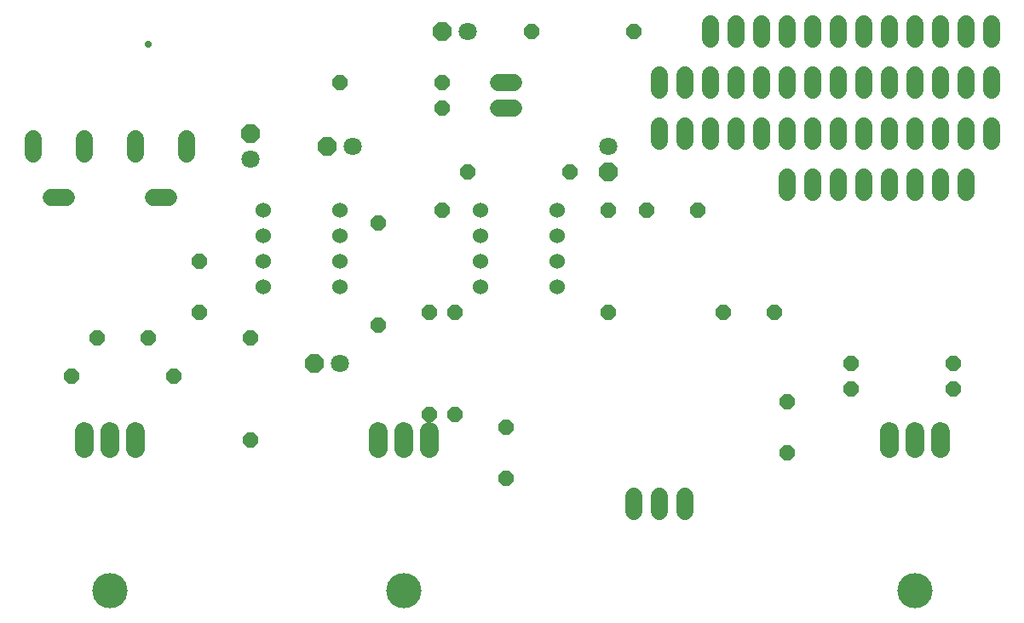
<source format=gbs>
G75*
%MOIN*%
%OFA0B0*%
%FSLAX25Y25*%
%IPPOS*%
%LPD*%
%AMOC8*
5,1,8,0,0,1.08239X$1,22.5*
%
%ADD10C,0.02800*%
%ADD11OC8,0.06000*%
%ADD12OC8,0.07100*%
%ADD13C,0.07100*%
%ADD14C,0.07400*%
%ADD15C,0.13800*%
%ADD16C,0.06000*%
%ADD17C,0.06800*%
%ADD18C,0.06737*%
D10*
X0036500Y0073800D03*
X0046500Y0073800D03*
X0056500Y0073800D03*
X0071500Y0098800D03*
X0061500Y0113800D03*
X0041500Y0113800D03*
X0031500Y0098800D03*
X0081500Y0123800D03*
X0081500Y0123800D03*
X0101500Y0113800D03*
X0126500Y0103800D03*
X0136500Y0103800D03*
X0151500Y0118800D03*
X0171500Y0123800D03*
X0181500Y0123800D03*
X0191500Y0133800D03*
X0191500Y0143800D03*
X0191500Y0153800D03*
X0191500Y0163800D03*
X0176500Y0163800D03*
X0186500Y0178800D03*
X0221500Y0163800D03*
X0221500Y0163800D03*
X0221500Y0153800D03*
X0221500Y0143800D03*
X0221500Y0133800D03*
X0241500Y0123800D03*
X0286500Y0123800D03*
X0306500Y0123800D03*
X0336500Y0103800D03*
X0336500Y0093800D03*
X0311500Y0088800D03*
X0311500Y0068800D03*
X0311500Y0068800D03*
X0351500Y0073800D03*
X0361500Y0073800D03*
X0371500Y0073800D03*
X0376500Y0093800D03*
X0376500Y0103800D03*
X0276500Y0163800D03*
X0256500Y0163800D03*
X0241500Y0163800D03*
X0241500Y0163800D03*
X0241500Y0178800D03*
X0241500Y0188800D03*
X0226500Y0178800D03*
X0201500Y0203800D03*
X0201500Y0213800D03*
X0176500Y0213800D03*
X0176500Y0203800D03*
X0141500Y0188800D03*
X0131500Y0188800D03*
X0101500Y0183800D03*
X0101500Y0193800D03*
X0076500Y0188800D03*
X0056500Y0188800D03*
X0036500Y0188800D03*
X0016500Y0188800D03*
X0026500Y0168800D03*
X0066500Y0168800D03*
X0081500Y0143800D03*
X0081500Y0143800D03*
X0106500Y0143800D03*
X0106500Y0153800D03*
X0106500Y0163800D03*
X0136500Y0163800D03*
X0151500Y0158800D03*
X0136500Y0153800D03*
X0136500Y0143800D03*
X0136500Y0133800D03*
X0106500Y0133800D03*
X0171500Y0083800D03*
X0181500Y0083800D03*
X0171500Y0073800D03*
X0161500Y0073800D03*
X0151500Y0073800D03*
X0101500Y0073800D03*
X0201500Y0078800D03*
X0201500Y0058800D03*
X0251500Y0048800D03*
X0261500Y0048800D03*
X0271500Y0048800D03*
X0311500Y0173800D03*
X0321500Y0173800D03*
X0331500Y0173800D03*
X0341500Y0173800D03*
X0351500Y0173800D03*
X0361500Y0173800D03*
X0371500Y0173800D03*
X0381500Y0173800D03*
X0381500Y0193800D03*
X0391500Y0193800D03*
X0371500Y0193800D03*
X0361500Y0193800D03*
X0351500Y0193800D03*
X0341500Y0193800D03*
X0331500Y0193800D03*
X0321500Y0193800D03*
X0311500Y0193800D03*
X0301500Y0193800D03*
X0291500Y0193800D03*
X0281500Y0193800D03*
X0271500Y0193800D03*
X0261500Y0193800D03*
X0261500Y0213800D03*
X0271500Y0213800D03*
X0281500Y0213800D03*
X0291500Y0213800D03*
X0301500Y0213800D03*
X0311500Y0213800D03*
X0321500Y0213800D03*
X0331500Y0213800D03*
X0341500Y0213800D03*
X0351500Y0213800D03*
X0361500Y0213800D03*
X0371500Y0213800D03*
X0381500Y0213800D03*
X0391500Y0213800D03*
X0391500Y0233800D03*
X0381500Y0233800D03*
X0371500Y0233800D03*
X0361500Y0233800D03*
X0351500Y0233800D03*
X0341500Y0233800D03*
X0331500Y0233800D03*
X0321500Y0233800D03*
X0311500Y0233800D03*
X0301500Y0233800D03*
X0291500Y0233800D03*
X0281500Y0233800D03*
X0251500Y0233800D03*
X0211500Y0233800D03*
X0186500Y0233800D03*
X0176500Y0233800D03*
X0136500Y0213800D03*
X0061500Y0228800D03*
D11*
X0136500Y0213800D03*
X0176500Y0213800D03*
X0176500Y0203800D03*
X0186500Y0178800D03*
X0176500Y0163800D03*
X0151500Y0158800D03*
X0171500Y0123800D03*
X0181500Y0123800D03*
X0151500Y0118800D03*
X0101500Y0113800D03*
X0081500Y0123800D03*
X0061500Y0113800D03*
X0041500Y0113800D03*
X0031500Y0098800D03*
X0071500Y0098800D03*
X0101500Y0073800D03*
X0171500Y0083800D03*
X0181500Y0083800D03*
X0201500Y0078800D03*
X0201500Y0058800D03*
X0241500Y0123800D03*
X0286500Y0123800D03*
X0306500Y0123800D03*
X0336500Y0103800D03*
X0336500Y0093800D03*
X0311500Y0088800D03*
X0311500Y0068800D03*
X0376500Y0093800D03*
X0376500Y0103800D03*
X0276500Y0163800D03*
X0256500Y0163800D03*
X0241500Y0163800D03*
X0226500Y0178800D03*
X0211500Y0233800D03*
X0251500Y0233800D03*
X0081500Y0143800D03*
D12*
X0126500Y0103800D03*
X0241500Y0178800D03*
X0176500Y0233800D03*
X0131500Y0188800D03*
X0101500Y0193800D03*
D13*
X0101500Y0183800D03*
X0141500Y0188800D03*
X0186500Y0233800D03*
X0241500Y0188800D03*
X0136500Y0103800D03*
D14*
X0151500Y0077100D02*
X0151500Y0070500D01*
X0161500Y0070500D02*
X0161500Y0077100D01*
X0171500Y0077100D02*
X0171500Y0070500D01*
X0056500Y0070500D02*
X0056500Y0077100D01*
X0046500Y0077100D02*
X0046500Y0070500D01*
X0036500Y0070500D02*
X0036500Y0077100D01*
X0351500Y0077100D02*
X0351500Y0070500D01*
X0361500Y0070500D02*
X0361500Y0077100D01*
X0371500Y0077100D02*
X0371500Y0070500D01*
D15*
X0046500Y0014800D03*
X0161500Y0014800D03*
X0361500Y0014800D03*
D16*
X0221500Y0133800D03*
X0221500Y0143800D03*
X0221500Y0153800D03*
X0221500Y0163800D03*
X0191500Y0163800D03*
X0191500Y0153800D03*
X0191500Y0143800D03*
X0191500Y0133800D03*
X0136500Y0133800D03*
X0136500Y0143800D03*
X0136500Y0153800D03*
X0136500Y0163800D03*
X0106500Y0163800D03*
X0106500Y0153800D03*
X0106500Y0143800D03*
X0106500Y0133800D03*
D17*
X0069500Y0168800D02*
X0063500Y0168800D01*
X0056500Y0185800D02*
X0056500Y0191800D01*
X0036500Y0191800D02*
X0036500Y0185800D01*
X0016500Y0185800D02*
X0016500Y0191800D01*
X0023500Y0168800D02*
X0029500Y0168800D01*
X0076500Y0185800D02*
X0076500Y0191800D01*
X0198500Y0203800D02*
X0204500Y0203800D01*
X0204500Y0213800D02*
X0198500Y0213800D01*
X0261500Y0216800D02*
X0261500Y0210800D01*
X0271500Y0210800D02*
X0271500Y0216800D01*
X0281500Y0216800D02*
X0281500Y0210800D01*
X0291500Y0210800D02*
X0291500Y0216800D01*
X0301500Y0216800D02*
X0301500Y0210800D01*
X0311500Y0210800D02*
X0311500Y0216800D01*
X0321500Y0216800D02*
X0321500Y0210800D01*
X0331500Y0210800D02*
X0331500Y0216800D01*
X0341500Y0216800D02*
X0341500Y0210800D01*
X0351500Y0210800D02*
X0351500Y0216800D01*
X0361500Y0216800D02*
X0361500Y0210800D01*
X0371500Y0210800D02*
X0371500Y0216800D01*
X0381500Y0216800D02*
X0381500Y0210800D01*
X0391500Y0210800D02*
X0391500Y0216800D01*
X0391500Y0230800D02*
X0391500Y0236800D01*
X0381500Y0236800D02*
X0381500Y0230800D01*
X0371500Y0230800D02*
X0371500Y0236800D01*
X0361500Y0236800D02*
X0361500Y0230800D01*
X0351500Y0230800D02*
X0351500Y0236800D01*
X0341500Y0236800D02*
X0341500Y0230800D01*
X0331500Y0230800D02*
X0331500Y0236800D01*
X0321500Y0236800D02*
X0321500Y0230800D01*
X0311500Y0230800D02*
X0311500Y0236800D01*
X0301500Y0236800D02*
X0301500Y0230800D01*
X0291500Y0230800D02*
X0291500Y0236800D01*
X0281500Y0236800D02*
X0281500Y0230800D01*
X0281500Y0196800D02*
X0281500Y0190800D01*
X0291500Y0190800D02*
X0291500Y0196800D01*
X0301500Y0196800D02*
X0301500Y0190800D01*
X0311500Y0190800D02*
X0311500Y0196800D01*
X0321500Y0196800D02*
X0321500Y0190800D01*
X0331500Y0190800D02*
X0331500Y0196800D01*
X0341500Y0196800D02*
X0341500Y0190800D01*
X0351500Y0190800D02*
X0351500Y0196800D01*
X0361500Y0196800D02*
X0361500Y0190800D01*
X0371500Y0190800D02*
X0371500Y0196800D01*
X0381500Y0196800D02*
X0381500Y0190800D01*
X0391500Y0190800D02*
X0391500Y0196800D01*
X0381500Y0176800D02*
X0381500Y0170800D01*
X0371500Y0170800D02*
X0371500Y0176800D01*
X0361500Y0176800D02*
X0361500Y0170800D01*
X0351500Y0170800D02*
X0351500Y0176800D01*
X0341500Y0176800D02*
X0341500Y0170800D01*
X0331500Y0170800D02*
X0331500Y0176800D01*
X0321500Y0176800D02*
X0321500Y0170800D01*
X0311500Y0170800D02*
X0311500Y0176800D01*
X0271500Y0190800D02*
X0271500Y0196800D01*
X0261500Y0196800D02*
X0261500Y0190800D01*
D18*
X0261500Y0051769D02*
X0261500Y0045831D01*
X0271500Y0045831D02*
X0271500Y0051769D01*
X0251500Y0051769D02*
X0251500Y0045831D01*
M02*

</source>
